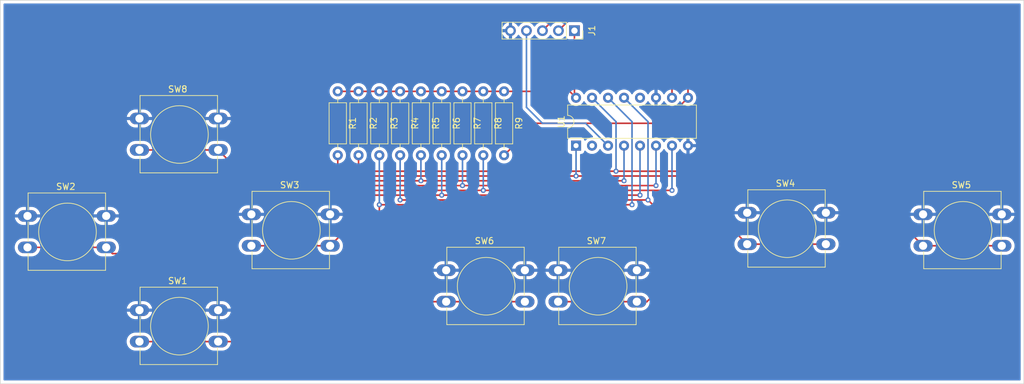
<source format=kicad_pcb>
(kicad_pcb (version 20201116) (generator pcbnew)
  (layers (0 "F.Cu" signal) (31 "B.Cu" signal) (34 "B.Paste" user) (35 "F.Paste" user) (36 "B.SilkS" user "B.Silkscreen") (37 "F.SilkS" user "F.Silkscreen") (38 "B.Mask" user) (39 "F.Mask" user) (44 "Edge.Cuts" user))
  (net 0 "")
  (net 1 "GND")
  (net 2 "OUTPUT")
  (net 3 "LATCH")
  (net 4 "CLOCK")
  (net 5 "+5V")
  (net 6 "Net-(R1-Pad2)")
  (net 7 "Net-(R2-Pad2)")
  (net 8 "Net-(R3-Pad2)")
  (net 9 "Net-(R4-Pad2)")
  (net 10 "Net-(R5-Pad2)")
  (net 11 "Net-(R6-Pad2)")
  (net 12 "Net-(R7-Pad2)")
  (net 13 "Net-(R8-Pad2)")
  (net 14 "no_connect_14")
  (net 15 "no_connect_15")
  (footprint "Button_Switch_THT:SW_PUSH-12mm" (layer "F.Cu") (at 166.878 54.102)
    (fp_text reference "SW4" (at 6.08 -4.66) (layer "F.SilkS"))
    (fp_text value "A")
    (fp_line (start 12.4 5.93) (end 12.4 8.65) (layer "F.SilkS") (width 0.12))
    (fp_line (start 12.4 -3.65) (end 12.4 -0.93) (layer "F.SilkS") (width 0.12))
    (fp_line (start 0.1 -0.93) (end 0.1 -3.65) (layer "F.SilkS") (width 0.12))
    (fp_line (start 0.1 4.07) (end 0.1 0.93) (layer "F.SilkS") (width 0.12))
    (fp_line (start 0.1 8.65) (end 0.1 5.93) (layer "F.SilkS") (width 0.12))
    (fp_line (start 12.4 8.65) (end 0.1 8.65) (layer "F.SilkS") (width 0.12))
    (fp_line (start 0.1 -3.65) (end 12.4 -3.65) (layer "F.SilkS") (width 0.12))
    (fp_line (start 12.4 0.93) (end 12.4 4.07) (layer "F.SilkS") (width 0.12))
    (fp_circle (center 6.35 2.54) (end 10.16 5.08) (layer "F.SilkS") (width 0.12) (fill none))
    (pad "1" thru_hole oval (at 0 0) (size 3.048 1.85) (drill 1.3) (layers *.Cu *.Mask) (net 1 "GND"))
    (pad "1" thru_hole oval (at 12.5 0) (size 3.048 1.85) (drill 1.3) (layers *.Cu *.Mask) (net 1 "GND"))
    (pad "2" thru_hole oval (at 12.5 5) (size 3.048 1.85) (drill 1.3) (layers *.Cu *.Mask) (net 6 "Net-(R1-Pad2)"))
    (pad "2" thru_hole oval (at 0 5) (size 3.048 1.85) (drill 1.3) (layers *.Cu *.Mask) (net 6 "Net-(R1-Pad2)"))
  )
  (footprint "Resistor_THT:R_Axial_DIN0207_L6.3mm_D2.5mm_P10.16mm_Horizontal" (layer "F.Cu") (at 111.76 34.798 -90)
    (fp_text reference "R4" (at 5.08 -2.37 90) (layer "F.SilkS"))
    (fp_text value "10K")
    (fp_line (start 9.12 0) (end 8.35 0) (layer "F.SilkS") (width 0.12))
    (fp_line (start 1.04 0) (end 1.81 0) (layer "F.SilkS") (width 0.12))
    (fp_line (start 1.81 1.37) (end 8.35 1.37) (layer "F.SilkS") (width 0.12))
    (fp_line (start 1.81 -1.37) (end 1.81 1.37) (layer "F.SilkS") (width 0.12))
    (fp_line (start 8.35 1.37) (end 8.35 -1.37) (layer "F.SilkS") (width 0.12))
    (fp_line (start 8.35 -1.37) (end 1.81 -1.37) (layer "F.SilkS") (width 0.12))
    (pad "1" thru_hole circle (at 0 0 270) (size 1.6 1.6) (drill 0.8) (layers *.Cu *.Mask) (net 5 "+5V"))
    (pad "2" thru_hole oval (at 10.16 0 270) (size 1.6 1.6) (drill 0.8) (layers *.Cu *.Mask) (net 9 "Net-(R4-Pad2)"))
  )
  (footprint "Button_Switch_THT:SW_PUSH-12mm" (layer "F.Cu") (at 119.072 63.246)
    (fp_text reference "SW6" (at 6.08 -4.66) (layer "F.SilkS"))
    (fp_text value "SELECT")
    (fp_line (start 0.1 -3.65) (end 12.4 -3.65) (layer "F.SilkS") (width 0.12))
    (fp_line (start 12.4 0.93) (end 12.4 4.07) (layer "F.SilkS") (width 0.12))
    (fp_line (start 0.1 4.07) (end 0.1 0.93) (layer "F.SilkS") (width 0.12))
    (fp_line (start 0.1 8.65) (end 0.1 5.93) (layer "F.SilkS") (width 0.12))
    (fp_line (start 12.4 8.65) (end 0.1 8.65) (layer "F.SilkS") (width 0.12))
    (fp_line (start 12.4 -3.65) (end 12.4 -0.93) (layer "F.SilkS") (width 0.12))
    (fp_line (start 12.4 5.93) (end 12.4 8.65) (layer "F.SilkS") (width 0.12))
    (fp_line (start 0.1 -0.93) (end 0.1 -3.65) (layer "F.SilkS") (width 0.12))
    (fp_circle (center 6.35 2.54) (end 10.16 5.08) (layer "F.SilkS") (width 0.12) (fill none))
    (pad "1" thru_hole oval (at 12.5 0) (size 3.048 1.85) (drill 1.3) (layers *.Cu *.Mask) (net 1 "GND"))
    (pad "1" thru_hole oval (at 0 0) (size 3.048 1.85) (drill 1.3) (layers *.Cu *.Mask) (net 1 "GND"))
    (pad "2" thru_hole oval (at 12.5 5) (size 3.048 1.85) (drill 1.3) (layers *.Cu *.Mask) (net 8 "Net-(R3-Pad2)"))
    (pad "2" thru_hole oval (at 0 5) (size 3.048 1.85) (drill 1.3) (layers *.Cu *.Mask) (net 8 "Net-(R3-Pad2)"))
  )
  (footprint "Button_Switch_THT:SW_PUSH-12mm" (layer "F.Cu") (at 136.852 63.246)
    (fp_text reference "SW7" (at 6.08 -4.66) (layer "F.SilkS"))
    (fp_text value "START")
    (fp_line (start 12.4 -3.65) (end 12.4 -0.93) (layer "F.SilkS") (width 0.12))
    (fp_line (start 0.1 4.07) (end 0.1 0.93) (layer "F.SilkS") (width 0.12))
    (fp_line (start 0.1 8.65) (end 0.1 5.93) (layer "F.SilkS") (width 0.12))
    (fp_line (start 0.1 -3.65) (end 12.4 -3.65) (layer "F.SilkS") (width 0.12))
    (fp_line (start 12.4 5.93) (end 12.4 8.65) (layer "F.SilkS") (width 0.12))
    (fp_line (start 12.4 8.65) (end 0.1 8.65) (layer "F.SilkS") (width 0.12))
    (fp_line (start 12.4 0.93) (end 12.4 4.07) (layer "F.SilkS") (width 0.12))
    (fp_line (start 0.1 -0.93) (end 0.1 -3.65) (layer "F.SilkS") (width 0.12))
    (fp_circle (center 6.35 2.54) (end 10.16 5.08) (layer "F.SilkS") (width 0.12) (fill none))
    (pad "1" thru_hole oval (at 0 0) (size 3.048 1.85) (drill 1.3) (layers *.Cu *.Mask) (net 1 "GND"))
    (pad "1" thru_hole oval (at 12.5 0) (size 3.048 1.85) (drill 1.3) (layers *.Cu *.Mask) (net 1 "GND"))
    (pad "2" thru_hole oval (at 0 5) (size 3.048 1.85) (drill 1.3) (layers *.Cu *.Mask) (net 9 "Net-(R4-Pad2)"))
    (pad "2" thru_hole oval (at 12.5 5) (size 3.048 1.85) (drill 1.3) (layers *.Cu *.Mask) (net 9 "Net-(R4-Pad2)"))
  )
  (footprint "Resistor_THT:R_Axial_DIN0207_L6.3mm_D2.5mm_P10.16mm_Horizontal" (layer "F.Cu") (at 124.968 34.798 -90)
    (fp_text reference "R8" (at 5.08 -2.37 90) (layer "F.SilkS"))
    (fp_text value "10K")
    (fp_line (start 9.12 0) (end 8.35 0) (layer "F.SilkS") (width 0.12))
    (fp_line (start 1.04 0) (end 1.81 0) (layer "F.SilkS") (width 0.12))
    (fp_line (start 8.35 -1.37) (end 1.81 -1.37) (layer "F.SilkS") (width 0.12))
    (fp_line (start 1.81 -1.37) (end 1.81 1.37) (layer "F.SilkS") (width 0.12))
    (fp_line (start 1.81 1.37) (end 8.35 1.37) (layer "F.SilkS") (width 0.12))
    (fp_line (start 8.35 1.37) (end 8.35 -1.37) (layer "F.SilkS") (width 0.12))
    (pad "1" thru_hole circle (at 0 0 270) (size 1.6 1.6) (drill 0.8) (layers *.Cu *.Mask) (net 5 "+5V"))
    (pad "2" thru_hole oval (at 10.16 0 270) (size 1.6 1.6) (drill 0.8) (layers *.Cu *.Mask) (net 13 "Net-(R8-Pad2)"))
  )
  (footprint "Resistor_THT:R_Axial_DIN0207_L6.3mm_D2.5mm_P10.16mm_Horizontal" (layer "F.Cu") (at 118.364 34.798 -90)
    (fp_text reference "R6" (at 5.08 -2.37 90) (layer "F.SilkS"))
    (fp_text value "10K")
    (fp_line (start 9.12 0) (end 8.35 0) (layer "F.SilkS") (width 0.12))
    (fp_line (start 8.35 -1.37) (end 1.81 -1.37) (layer "F.SilkS") (width 0.12))
    (fp_line (start 1.81 -1.37) (end 1.81 1.37) (layer "F.SilkS") (width 0.12))
    (fp_line (start 1.81 1.37) (end 8.35 1.37) (layer "F.SilkS") (width 0.12))
    (fp_line (start 8.35 1.37) (end 8.35 -1.37) (layer "F.SilkS") (width 0.12))
    (fp_line (start 1.04 0) (end 1.81 0) (layer "F.SilkS") (width 0.12))
    (pad "1" thru_hole circle (at 0 0 270) (size 1.6 1.6) (drill 0.8) (layers *.Cu *.Mask) (net 5 "+5V"))
    (pad "2" thru_hole oval (at 10.16 0 270) (size 1.6 1.6) (drill 0.8) (layers *.Cu *.Mask) (net 11 "Net-(R6-Pad2)"))
  )
  (footprint "Resistor_THT:R_Axial_DIN0207_L6.3mm_D2.5mm_P10.16mm_Horizontal" (layer "F.Cu") (at 115.062 34.798 -90)
    (fp_text reference "R5" (at 5.08 -2.37 90) (layer "F.SilkS"))
    (fp_text value "10K")
    (fp_line (start 8.35 -1.37) (end 1.81 -1.37) (layer "F.SilkS") (width 0.12))
    (fp_line (start 8.35 1.37) (end 8.35 -1.37) (layer "F.SilkS") (width 0.12))
    (fp_line (start 9.12 0) (end 8.35 0) (layer "F.SilkS") (width 0.12))
    (fp_line (start 1.81 1.37) (end 8.35 1.37) (layer "F.SilkS") (width 0.12))
    (fp_line (start 1.04 0) (end 1.81 0) (layer "F.SilkS") (width 0.12))
    (fp_line (start 1.81 -1.37) (end 1.81 1.37) (layer "F.SilkS") (width 0.12))
    (pad "1" thru_hole circle (at 0 0 270) (size 1.6 1.6) (drill 0.8) (layers *.Cu *.Mask) (net 5 "+5V"))
    (pad "2" thru_hole oval (at 10.16 0 270) (size 1.6 1.6) (drill 0.8) (layers *.Cu *.Mask) (net 10 "Net-(R5-Pad2)"))
  )
  (footprint "Button_Switch_THT:SW_PUSH-12mm" (layer "F.Cu") (at 70.358 69.596)
    (fp_text reference "SW1" (at 6.08 -4.66) (layer "F.SilkS"))
    (fp_text value "DOWN")
    (fp_line (start 0.1 -3.65) (end 12.4 -3.65) (layer "F.SilkS") (width 0.12))
    (fp_line (start 12.4 5.93) (end 12.4 8.65) (layer "F.SilkS") (width 0.12))
    (fp_line (start 0.1 -0.93) (end 0.1 -3.65) (layer "F.SilkS") (width 0.12))
    (fp_line (start 12.4 8.65) (end 0.1 8.65) (layer "F.SilkS") (width 0.12))
    (fp_line (start 0.1 8.65) (end 0.1 5.93) (layer "F.SilkS") (width 0.12))
    (fp_line (start 0.1 4.07) (end 0.1 0.93) (layer "F.SilkS") (width 0.12))
    (fp_line (start 12.4 0.93) (end 12.4 4.07) (layer "F.SilkS") (width 0.12))
    (fp_line (start 12.4 -3.65) (end 12.4 -0.93) (layer "F.SilkS") (width 0.12))
    (fp_circle (center 6.35 2.54) (end 10.16 5.08) (layer "F.SilkS") (width 0.12) (fill none))
    (pad "1" thru_hole oval (at 12.5 0) (size 3.048 1.85) (drill 1.3) (layers *.Cu *.Mask) (net 1 "GND"))
    (pad "1" thru_hole oval (at 0 0) (size 3.048 1.85) (drill 1.3) (layers *.Cu *.Mask) (net 1 "GND"))
    (pad "2" thru_hole oval (at 0 5) (size 3.048 1.85) (drill 1.3) (layers *.Cu *.Mask) (net 11 "Net-(R6-Pad2)"))
    (pad "2" thru_hole oval (at 12.5 5) (size 3.048 1.85) (drill 1.3) (layers *.Cu *.Mask) (net 11 "Net-(R6-Pad2)"))
  )
  (footprint "Resistor_THT:R_Axial_DIN0207_L6.3mm_D2.5mm_P10.16mm_Horizontal" (layer "F.Cu") (at 105.156 34.798 -90)
    (fp_text reference "R2" (at 5.08 -2.37 90) (layer "F.SilkS"))
    (fp_text value "10K")
    (fp_line (start 8.35 -1.37) (end 1.81 -1.37) (layer "F.SilkS") (width 0.12))
    (fp_line (start 1.04 0) (end 1.81 0) (layer "F.SilkS") (width 0.12))
    (fp_line (start 1.81 -1.37) (end 1.81 1.37) (layer "F.SilkS") (width 0.12))
    (fp_line (start 1.81 1.37) (end 8.35 1.37) (layer "F.SilkS") (width 0.12))
    (fp_line (start 8.35 1.37) (end 8.35 -1.37) (layer "F.SilkS") (width 0.12))
    (fp_line (start 9.12 0) (end 8.35 0) (layer "F.SilkS") (width 0.12))
    (pad "1" thru_hole circle (at 0 0 270) (size 1.6 1.6) (drill 0.8) (layers *.Cu *.Mask) (net 5 "+5V"))
    (pad "2" thru_hole oval (at 10.16 0 270) (size 1.6 1.6) (drill 0.8) (layers *.Cu *.Mask) (net 7 "Net-(R2-Pad2)"))
  )
  (footprint "Resistor_THT:R_Axial_DIN0207_L6.3mm_D2.5mm_P10.16mm_Horizontal" (layer "F.Cu") (at 108.458 34.798 -90)
    (fp_text reference "R3" (at 5.08 -2.37 90) (layer "F.SilkS"))
    (fp_text value "10K")
    (fp_line (start 8.35 1.37) (end 8.35 -1.37) (layer "F.SilkS") (width 0.12))
    (fp_line (start 9.12 0) (end 8.35 0) (layer "F.SilkS") (width 0.12))
    (fp_line (start 1.04 0) (end 1.81 0) (layer "F.SilkS") (width 0.12))
    (fp_line (start 1.81 1.37) (end 8.35 1.37) (layer "F.SilkS") (width 0.12))
    (fp_line (start 1.81 -1.37) (end 1.81 1.37) (layer "F.SilkS") (width 0.12))
    (fp_line (start 8.35 -1.37) (end 1.81 -1.37) (layer "F.SilkS") (width 0.12))
    (pad "1" thru_hole circle (at 0 0 270) (size 1.6 1.6) (drill 0.8) (layers *.Cu *.Mask) (net 5 "+5V"))
    (pad "2" thru_hole oval (at 10.16 0 270) (size 1.6 1.6) (drill 0.8) (layers *.Cu *.Mask) (net 8 "Net-(R3-Pad2)"))
  )
  (footprint "Button_Switch_THT:SW_PUSH-12mm" (layer "F.Cu") (at 194.818 54.356)
    (fp_text reference "SW5" (at 6.08 -4.66) (layer "F.SilkS"))
    (fp_text value "B")
    (fp_line (start 12.4 5.93) (end 12.4 8.65) (layer "F.SilkS") (width 0.12))
    (fp_line (start 0.1 -3.65) (end 12.4 -3.65) (layer "F.SilkS") (width 0.12))
    (fp_line (start 12.4 8.65) (end 0.1 8.65) (layer "F.SilkS") (width 0.12))
    (fp_line (start 12.4 0.93) (end 12.4 4.07) (layer "F.SilkS") (width 0.12))
    (fp_line (start 0.1 4.07) (end 0.1 0.93) (layer "F.SilkS") (width 0.12))
    (fp_line (start 0.1 -0.93) (end 0.1 -3.65) (layer "F.SilkS") (width 0.12))
    (fp_line (start 12.4 -3.65) (end 12.4 -0.93) (layer "F.SilkS") (width 0.12))
    (fp_line (start 0.1 8.65) (end 0.1 5.93) (layer "F.SilkS") (width 0.12))
    (fp_circle (center 6.35 2.54) (end 10.16 5.08) (layer "F.SilkS") (width 0.12) (fill none))
    (pad "1" thru_hole oval (at 12.5 0) (size 3.048 1.85) (drill 1.3) (layers *.Cu *.Mask) (net 1 "GND"))
    (pad "1" thru_hole oval (at 0 0) (size 3.048 1.85) (drill 1.3) (layers *.Cu *.Mask) (net 1 "GND"))
    (pad "2" thru_hole oval (at 12.5 5) (size 3.048 1.85) (drill 1.3) (layers *.Cu *.Mask) (net 7 "Net-(R2-Pad2)"))
    (pad "2" thru_hole oval (at 0 5) (size 3.048 1.85) (drill 1.3) (layers *.Cu *.Mask) (net 7 "Net-(R2-Pad2)"))
  )
  (footprint "Resistor_THT:R_Axial_DIN0207_L6.3mm_D2.5mm_P10.16mm_Horizontal" (layer "F.Cu") (at 101.854 34.798 -90)
    (fp_text reference "R1" (at 5.08 -2.37 90) (layer "F.SilkS"))
    (fp_text value "10K")
    (fp_line (start 1.81 1.37) (end 8.35 1.37) (layer "F.SilkS") (width 0.12))
    (fp_line (start 8.35 -1.37) (end 1.81 -1.37) (layer "F.SilkS") (width 0.12))
    (fp_line (start 9.12 0) (end 8.35 0) (layer "F.SilkS") (width 0.12))
    (fp_line (start 1.04 0) (end 1.81 0) (layer "F.SilkS") (width 0.12))
    (fp_line (start 1.81 -1.37) (end 1.81 1.37) (layer "F.SilkS") (width 0.12))
    (fp_line (start 8.35 1.37) (end 8.35 -1.37) (layer "F.SilkS") (width 0.12))
    (pad "1" thru_hole circle (at 0 0 270) (size 1.6 1.6) (drill 0.8) (layers *.Cu *.Mask) (net 5 "+5V"))
    (pad "2" thru_hole oval (at 10.16 0 270) (size 1.6 1.6) (drill 0.8) (layers *.Cu *.Mask) (net 6 "Net-(R1-Pad2)"))
  )
  (footprint "Connector_PinSocket_2.54mm:PinSocket_1x05_P2.54mm_Vertical" (layer "F.Cu") (at 139.446 25.146 -90)
    (fp_text reference "J1" (at 0 -2.77 90) (layer "F.SilkS"))
    (fp_text value "JOYPORT")
    (fp_line (start 0 -1.33) (end 1.33 -1.33) (layer "F.SilkS") (width 0.12))
    (fp_line (start -1.33 11.49) (end 1.33 11.49) (layer "F.SilkS") (width 0.12))
    (fp_line (start -1.33 1.27) (end 1.33 1.27) (layer "F.SilkS") (width 0.12))
    (fp_line (start 1.33 -1.33) (end 1.33 0) (layer "F.SilkS") (width 0.12))
    (fp_line (start -1.33 1.27) (end -1.33 11.49) (layer "F.SilkS") (width 0.12))
    (fp_line (start 1.33 1.27) (end 1.33 11.49) (layer "F.SilkS") (width 0.12))
    (pad "1" thru_hole rect (at 0 0 270) (size 1.7 1.7) (drill 1) (layers *.Cu *.Mask) (net 5 "+5V"))
    (pad "2" thru_hole oval (at 0 2.54 270) (size 1.7 1.7) (drill 1) (layers *.Cu *.Mask) (net 4 "CLOCK"))
    (pad "3" thru_hole oval (at 0 5.08 270) (size 1.7 1.7) (drill 1) (layers *.Cu *.Mask) (net 3 "LATCH"))
    (pad "4" thru_hole oval (at 0 7.62 270) (size 1.7 1.7) (drill 1) (layers *.Cu *.Mask) (net 2 "OUTPUT"))
    (pad "5" thru_hole oval (at 0 10.16 270) (size 1.7 1.7) (drill 1) (layers *.Cu *.Mask) (net 1 "GND"))
  )
  (footprint "Button_Switch_THT:SW_PUSH-12mm" (layer "F.Cu") (at 70.358 39.116)
    (fp_text reference "SW8" (at 6.08 -4.66) (layer "F.SilkS"))
    (fp_text value "UP")
    (fp_line (start 12.4 -3.65) (end 12.4 -0.93) (layer "F.SilkS") (width 0.12))
    (fp_line (start 0.1 4.07) (end 0.1 0.93) (layer "F.SilkS") (width 0.12))
    (fp_line (start 12.4 5.93) (end 12.4 8.65) (layer "F.SilkS") (width 0.12))
    (fp_line (start 12.4 0.93) (end 12.4 4.07) (layer "F.SilkS") (width 0.12))
    (fp_line (start 12.4 8.65) (end 0.1 8.65) (layer "F.SilkS") (width 0.12))
    (fp_line (start 0.1 -0.93) (end 0.1 -3.65) (layer "F.SilkS") (width 0.12))
    (fp_line (start 0.1 -3.65) (end 12.4 -3.65) (layer "F.SilkS") (width 0.12))
    (fp_line (start 0.1 8.65) (end 0.1 5.93) (layer "F.SilkS") (width 0.12))
    (fp_circle (center 6.35 2.54) (end 10.16 5.08) (layer "F.SilkS") (width 0.12) (fill none))
    (pad "1" thru_hole oval (at 12.5 0) (size 3.048 1.85) (drill 1.3) (layers *.Cu *.Mask) (net 1 "GND"))
    (pad "1" thru_hole oval (at 0 0) (size 3.048 1.85) (drill 1.3) (layers *.Cu *.Mask) (net 1 "GND"))
    (pad "2" thru_hole oval (at 0 5) (size 3.048 1.85) (drill 1.3) (layers *.Cu *.Mask) (net 10 "Net-(R5-Pad2)"))
    (pad "2" thru_hole oval (at 12.5 5) (size 3.048 1.85) (drill 1.3) (layers *.Cu *.Mask) (net 10 "Net-(R5-Pad2)"))
  )
  (footprint "Button_Switch_THT:SW_PUSH-12mm" (layer "F.Cu") (at 88.138 54.356)
    (fp_text reference "SW3" (at 6.08 -4.66) (layer "F.SilkS"))
    (fp_text value "RIGHT")
    (fp_line (start 12.4 5.93) (end 12.4 8.65) (layer "F.SilkS") (width 0.12))
    (fp_line (start 12.4 8.65) (end 0.1 8.65) (layer "F.SilkS") (width 0.12))
    (fp_line (start 0.1 4.07) (end 0.1 0.93) (layer "F.SilkS") (width 0.12))
    (fp_line (start 0.1 -3.65) (end 12.4 -3.65) (layer "F.SilkS") (width 0.12))
    (fp_line (start 0.1 8.65) (end 0.1 5.93) (layer "F.SilkS") (width 0.12))
    (fp_line (start 12.4 -3.65) (end 12.4 -0.93) (layer "F.SilkS") (width 0.12))
    (fp_line (start 0.1 -0.93) (end 0.1 -3.65) (layer "F.SilkS") (width 0.12))
    (fp_line (start 12.4 0.93) (end 12.4 4.07) (layer "F.SilkS") (width 0.12))
    (fp_circle (center 6.35 2.54) (end 10.16 5.08) (layer "F.SilkS") (width 0.12) (fill none))
    (pad "1" thru_hole oval (at 12.5 0) (size 3.048 1.85) (drill 1.3) (layers *.Cu *.Mask) (net 1 "GND"))
    (pad "1" thru_hole oval (at 0 0) (size 3.048 1.85) (drill 1.3) (layers *.Cu *.Mask) (net 1 "GND"))
    (pad "2" thru_hole oval (at 12.5 5) (size 3.048 1.85) (drill 1.3) (layers *.Cu *.Mask) (net 13 "Net-(R8-Pad2)"))
    (pad "2" thru_hole oval (at 0 5) (size 3.048 1.85) (drill 1.3) (layers *.Cu *.Mask) (net 13 "Net-(R8-Pad2)"))
  )
  (footprint "Resistor_THT:R_Axial_DIN0207_L6.3mm_D2.5mm_P10.16mm_Horizontal" (layer "F.Cu") (at 128.27 34.798 -90)
    (fp_text reference "R9" (at 5.08 -2.37 90) (layer "F.SilkS"))
    (fp_text value "10K")
    (fp_line (start 1.81 1.37) (end 8.35 1.37) (layer "F.SilkS") (width 0.12))
    (fp_line (start 1.81 -1.37) (end 1.81 1.37) (layer "F.SilkS") (width 0.12))
    (fp_line (start 8.35 -1.37) (end 1.81 -1.37) (layer "F.SilkS") (width 0.12))
    (fp_line (start 9.12 0) (end 8.35 0) (layer "F.SilkS") (width 0.12))
    (fp_line (start 1.04 0) (end 1.81 0) (layer "F.SilkS") (width 0.12))
    (fp_line (start 8.35 1.37) (end 8.35 -1.37) (layer "F.SilkS") (width 0.12))
    (pad "1" thru_hole circle (at 0 0 270) (size 1.6 1.6) (drill 0.8) (layers *.Cu *.Mask) (net 5 "+5V"))
    (pad "2" thru_hole oval (at 10.16 0 270) (size 1.6 1.6) (drill 0.8) (layers *.Cu *.Mask) (net 3 "LATCH"))
  )
  (footprint "Package_DIP:DIP-16_W7.62mm" (layer "F.Cu") (at 139.7 43.434 90)
    (fp_text reference "U1" (at 3.81 -2.33 90) (layer "F.SilkS"))
    (fp_text value "4021")
    (fp_line (start 1.16 -1.33) (end 1.16 19.11) (layer "F.SilkS") (width 0.12))
    (fp_line (start 6.46 -1.33) (end 4.81 -1.33) (layer "F.SilkS") (width 0.12))
    (fp_line (start 2.81 -1.33) (end 1.16 -1.33) (layer "F.SilkS") (width 0.12))
    (fp_line (start 1.16 19.11) (end 6.46 19.11) (layer "F.SilkS") (width 0.12))
    (fp_line (start 6.46 19.11) (end 6.46 -1.33) (layer "F.SilkS") (width 0.12))
    (fp_arc (start 3.81 -1.33) (end 2.81 -1.33) (angle -180) (layer "F.SilkS") (width 0.12))
    (pad "1" thru_hole rect (at 0 0 90) (size 1.6 1.6) (drill 0.8) (layers *.Cu *.Mask) (net 6 "Net-(R1-Pad2)"))
    (pad "2" thru_hole oval (at 0 2.54 90) (size 1.6 1.6) (drill 0.8) (layers *.Cu *.Mask) (net 15 "no_connect_15"))
    (pad "3" thru_hole oval (at 0 5.08 90) (size 1.6 1.6) (drill 0.8) (layers *.Cu *.Mask) (net 2 "OUTPUT"))
    (pad "4" thru_hole oval (at 0 7.62 90) (size 1.6 1.6) (drill 0.8) (layers *.Cu *.Mask) (net 10 "Net-(R5-Pad2)"))
    (pad "5" thru_hole oval (at 0 10.16 90) (size 1.6 1.6) (drill 0.8) (layers *.Cu *.Mask) (net 11 "Net-(R6-Pad2)"))
    (pad "6" thru_hole oval (at 0 12.7 90) (size 1.6 1.6) (drill 0.8) (layers *.Cu *.Mask) (net 12 "Net-(R7-Pad2)"))
    (pad "7" thru_hole oval (at 0 15.24 90) (size 1.6 1.6) (drill 0.8) (layers *.Cu *.Mask) (net 13 "Net-(R8-Pad2)"))
    (pad "8" thru_hole oval (at 0 17.78 90) (size 1.6 1.6) (drill 0.8) (layers *.Cu *.Mask) (net 1 "GND"))
    (pad "9" thru_hole oval (at 7.62 17.78 90) (size 1.6 1.6) (drill 0.8) (layers *.Cu *.Mask) (net 3 "LATCH"))
    (pad "10" thru_hole oval (at 7.62 15.24 90) (size 1.6 1.6) (drill 0.8) (layers *.Cu *.Mask) (net 4 "CLOCK"))
    (pad "11" thru_hole oval (at 7.62 12.7 90) (size 1.6 1.6) (drill 0.8) (layers *.Cu *.Mask) (net 1 "GND"))
    (pad "12" thru_hole oval (at 7.62 10.16 90) (size 1.6 1.6) (drill 0.8) (layers *.Cu *.Mask) (net 14 "no_connect_14"))
    (pad "13" thru_hole oval (at 7.62 7.62 90) (size 1.6 1.6) (drill 0.8) (layers *.Cu *.Mask) (net 9 "Net-(R4-Pad2)"))
    (pad "14" thru_hole oval (at 7.62 5.08 90) (size 1.6 1.6) (drill 0.8) (layers *.Cu *.Mask) (net 8 "Net-(R3-Pad2)"))
    (pad "15" thru_hole oval (at 7.62 2.54 90) (size 1.6 1.6) (drill 0.8) (layers *.Cu *.Mask) (net 7 "Net-(R2-Pad2)"))
    (pad "16" thru_hole oval (at 7.62 0 90) (size 1.6 1.6) (drill 0.8) (layers *.Cu *.Mask) (net 5 "+5V"))
  )
  (footprint "Button_Switch_THT:SW_PUSH-12mm" (layer "F.Cu") (at 52.578 54.61)
    (fp_text reference "SW2" (at 6.08 -4.66) (layer "F.SilkS"))
    (fp_text value "LEFT")
    (fp_line (start 12.4 5.93) (end 12.4 8.65) (layer "F.SilkS") (width 0.12))
    (fp_line (start 12.4 8.65) (end 0.1 8.65) (layer "F.SilkS") (width 0.12))
    (fp_line (start 12.4 -3.65) (end 12.4 -0.93) (layer "F.SilkS") (width 0.12))
    (fp_line (start 0.1 8.65) (end 0.1 5.93) (layer "F.SilkS") (width 0.12))
    (fp_line (start 0.1 -3.65) (end 12.4 -3.65) (layer "F.SilkS") (width 0.12))
    (fp_line (start 0.1 4.07) (end 0.1 0.93) (layer "F.SilkS") (width 0.12))
    (fp_line (start 12.4 0.93) (end 12.4 4.07) (layer "F.SilkS") (width 0.12))
    (fp_line (start 0.1 -0.93) (end 0.1 -3.65) (layer "F.SilkS") (width 0.12))
    (fp_circle (center 6.35 2.54) (end 10.16 5.08) (layer "F.SilkS") (width 0.12) (fill none))
    (pad "1" thru_hole oval (at 12.5 0) (size 3.048 1.85) (drill 1.3) (layers *.Cu *.Mask) (net 1 "GND"))
    (pad "1" thru_hole oval (at 0 0) (size 3.048 1.85) (drill 1.3) (layers *.Cu *.Mask) (net 1 "GND"))
    (pad "2" thru_hole oval (at 0 5) (size 3.048 1.85) (drill 1.3) (layers *.Cu *.Mask) (net 12 "Net-(R7-Pad2)"))
    (pad "2" thru_hole oval (at 12.5 5) (size 3.048 1.85) (drill 1.3) (layers *.Cu *.Mask) (net 12 "Net-(R7-Pad2)"))
  )
  (footprint "Resistor_THT:R_Axial_DIN0207_L6.3mm_D2.5mm_P10.16mm_Horizontal" (layer "F.Cu") (at 121.666 34.798 -90)
    (fp_text reference "R7" (at 5.08 -2.37 90) (layer "F.SilkS"))
    (fp_text value "10K")
    (fp_line (start 9.12 0) (end 8.35 0) (layer "F.SilkS") (width 0.12))
    (fp_line (start 1.81 -1.37) (end 1.81 1.37) (layer "F.SilkS") (width 0.12))
    (fp_line (start 8.35 1.37) (end 8.35 -1.37) (layer "F.SilkS") (width 0.12))
    (fp_line (start 8.35 -1.37) (end 1.81 -1.37) (layer "F.SilkS") (width 0.12))
    (fp_line (start 1.81 1.37) (end 8.35 1.37) (layer "F.SilkS") (width 0.12))
    (fp_line (start 1.04 0) (end 1.81 0) (layer "F.SilkS") (width 0.12))
    (pad "1" thru_hole circle (at 0 0 270) (size 1.6 1.6) (drill 0.8) (layers *.Cu *.Mask) (net 5 "+5V"))
    (pad "2" thru_hole oval (at 10.16 0 270) (size 1.6 1.6) (drill 0.8) (layers *.Cu *.Mask) (net 12 "Net-(R7-Pad2)"))
  )
  (gr_line (start 210.82 81.28) (end 48.26 81.28) (layer "Edge.Cuts") (width 0.1))
  (gr_line (start 48.26 20.32) (end 210.82 20.32) (layer "Edge.Cuts") (width 0.1))
  (gr_line (start 210.82 20.32) (end 210.82 81.28) (layer "Edge.Cuts") (width 0.1))
  (gr_line (start 48.26 81.28) (end 48.26 20.32) (layer "Edge.Cuts") (width 0.1))
  (segment (start 134.366 39.878) (end 141.224 39.878) (width 0.25) (layer "B.Cu") (net 2))
  (segment (start 141.224 39.878) (end 144.78 43.434) (width 0.25) (layer "B.Cu") (net 2))
  (segment (start 131.826 37.338) (end 134.366 39.878) (width 0.25) (layer "B.Cu") (net 2))
  (segment (start 131.826 25.146) (end 131.826 37.338) (width 0.25) (layer "B.Cu") (net 2))
  (segment (start 136.906 22.606) (end 152.908 22.606) (width 0.25) (layer "F.Cu") (net 3))
  (segment (start 153.416 39.878) (end 157.48 35.814) (width 0.25) (layer "F.Cu") (net 3))
  (segment (start 134.366 25.146) (end 136.906 22.606) (width 0.25) (layer "F.Cu") (net 3))
  (segment (start 152.908 22.606) (end 157.48 27.178) (width 0.25) (layer "F.Cu") (net 3))
  (segment (start 133.35 39.878) (end 153.416 39.878) (width 0.25) (layer "F.Cu") (net 3))
  (segment (start 157.48 27.178) (end 157.48 35.814) (width 0.25) (layer "F.Cu") (net 3))
  (segment (start 128.27 44.958) (end 133.35 39.878) (width 0.25) (layer "F.Cu") (net 3))
  (segment (start 152.654 23.368) (end 154.94 25.654) (width 0.25) (layer "F.Cu") (net 4))
  (segment (start 136.906 25.146) (end 138.684 23.368) (width 0.25) (layer "F.Cu") (net 4))
  (segment (start 154.94 25.654) (end 154.94 35.814) (width 0.25) (layer "F.Cu") (net 4))
  (segment (start 138.684 23.368) (end 152.654 23.368) (width 0.25) (layer "F.Cu") (net 4))
  (segment (start 139.446 35.56) (end 139.7 35.814) (width 0.25) (layer "F.Cu") (net 5))
  (segment (start 121.666 34.798) (end 124.968 34.798) (width 0.25) (layer "F.Cu") (net 5))
  (segment (start 101.854 34.798) (end 105.156 34.798) (width 0.25) (layer "F.Cu") (net 5))
  (segment (start 111.76 34.798) (end 115.062 34.798) (width 0.25) (layer "F.Cu") (net 5))
  (segment (start 124.968 34.798) (end 128.27 34.798) (width 0.25) (layer "F.Cu") (net 5))
  (segment (start 115.062 34.798) (end 118.364 34.798) (width 0.25) (layer "F.Cu") (net 5))
  (segment (start 108.458 34.798) (end 111.76 34.798) (width 0.25) (layer "F.Cu") (net 5))
  (segment (start 138.684 34.798) (end 139.7 35.814) (width 0.25) (layer "F.Cu") (net 5))
  (segment (start 128.27 34.798) (end 138.684 34.798) (width 0.25) (layer "F.Cu") (net 5))
  (segment (start 118.364 34.798) (end 121.666 34.798) (width 0.25) (layer "F.Cu") (net 5))
  (segment (start 139.446 25.146) (end 139.446 35.56) (width 0.25) (layer "F.Cu") (net 5))
  (segment (start 105.156 34.798) (end 108.458 34.798) (width 0.25) (layer "F.Cu") (net 5))
  (segment (start 162.814 52.19559) (end 162.814 55.038) (width 0.25) (layer "F.Cu") (net 6))
  (segment (start 102.616 48.26) (end 158.87841 48.26) (width 0.25) (layer "F.Cu") (net 6))
  (segment (start 158.87841 48.26) (end 162.814 52.19559) (width 0.25) (layer "F.Cu") (net 6))
  (segment (start 101.854 47.498) (end 102.616 48.26) (width 0.25) (layer "F.Cu") (net 6))
  (segment (start 166.878 59.102) (end 179.378 59.102) (width 0.25) (layer "F.Cu") (net 6))
  (segment (start 101.854 44.958) (end 101.854 47.498) (width 0.25) (layer "F.Cu") (net 6))
  (segment (start 162.814 55.038) (end 166.878 59.102) (width 0.25) (layer "F.Cu") (net 6))
  (via (at 139.7 48.26) (size 0.8) (drill 0.4) (layers "F.Cu" "B.Cu") (net 6))
  (segment (start 139.7 43.434) (end 139.7 48.26) (width 0.25) (layer "B.Cu") (net 6))
  (segment (start 105.918 47.498) (end 182.96 47.498) (width 0.25) (layer "F.Cu") (net 7))
  (segment (start 105.156 44.958) (end 105.156 46.736) (width 0.25) (layer "F.Cu") (net 7))
  (segment (start 182.96 47.498) (end 194.818 59.356) (width 0.25) (layer "F.Cu") (net 7))
  (segment (start 105.156 46.736) (end 105.918 47.498) (width 0.25) (layer "F.Cu") (net 7))
  (segment (start 194.818 59.356) (end 207.318 59.356) (width 0.25) (layer "F.Cu") (net 7))
  (via (at 146.05 47.498) (size 0.8) (drill 0.4) (layers "F.Cu" "B.Cu") (net 7))
  (segment (start 146.05 39.624) (end 142.24 35.814) (width 0.25) (layer "B.Cu") (net 7))
  (segment (start 146.05 47.498) (end 146.05 39.624) (width 0.25) (layer "B.Cu") (net 7))
  (segment (start 108.458 63.754) (end 112.95 68.246) (width 0.25) (layer "F.Cu") (net 8))
  (segment (start 108.458 52.832) (end 108.458 63.754) (width 0.25) (layer "F.Cu") (net 8))
  (segment (start 131.572 68.246) (end 119.072 68.246) (width 0.25) (layer "F.Cu") (net 8))
  (segment (start 114.808 52.832) (end 148.59 52.832) (width 0.25) (layer "F.Cu") (net 8))
  (segment (start 112.95 68.246) (end 119.072 68.246) (width 0.25) (layer "F.Cu") (net 8))
  (segment (start 108.458 52.832) (end 115.062 52.832) (width 0.25) (layer "F.Cu") (net 8))
  (via (at 148.59 52.832) (size 0.8) (drill 0.4) (layers "F.Cu" "B.Cu") (net 8))
  (via (at 108.458 52.832) (size 0.8) (drill 0.4) (layers "F.Cu" "B.Cu") (net 8))
  (segment (start 108.458 44.958) (end 108.458 52.832) (width 0.25) (layer "B.Cu") (net 8))
  (segment (start 148.59 39.624) (end 148.59 52.832) (width 0.25) (layer "B.Cu") (net 8))
  (segment (start 144.78 35.814) (end 148.59 39.624) (width 0.25) (layer "B.Cu") (net 8))
  (segment (start 120.65 52.07) (end 140.462 52.07) (width 0.25) (layer "F.Cu") (net 9))
  (segment (start 150.956 68.246) (end 149.352 68.246) (width 0.25) (layer "F.Cu") (net 9))
  (segment (start 140.462 52.07) (end 151.13 52.07) (width 0.25) (layer "F.Cu") (net 9))
  (segment (start 151.13 52.07) (end 152.654 53.594) (width 0.25) (layer "F.Cu") (net 9))
  (segment (start 149.352 68.246) (end 136.852 68.246) (width 0.25) (layer "F.Cu") (net 9))
  (segment (start 111.76 52.07) (end 120.65 52.07) (width 0.25) (layer "F.Cu") (net 9))
  (segment (start 152.654 66.548) (end 150.956 68.246) (width 0.25) (layer "F.Cu") (net 9))
  (segment (start 152.654 53.594) (end 152.654 66.548) (width 0.25) (layer "F.Cu") (net 9))
  (via (at 111.76 52.07) (size 0.8) (drill 0.4) (layers "F.Cu" "B.Cu") (net 9))
  (via (at 151.13 52.07) (size 0.8) (drill 0.4) (layers "F.Cu" "B.Cu") (net 9))
  (segment (start 111.76 44.958) (end 111.76 52.07) (width 0.25) (layer "B.Cu") (net 9))
  (segment (start 151.13 39.624) (end 151.13 52.07) (width 0.25) (layer "B.Cu") (net 9))
  (segment (start 147.32 35.814) (end 148.59 37.084) (width 0.25) (layer "B.Cu") (net 9))
  (segment (start 147.32 35.814) (end 151.13 39.624) (width 0.25) (layer "B.Cu") (net 9))
  (segment (start 87.764 49.022) (end 147.32 49.022) (width 0.25) (layer "F.Cu") (net 10))
  (segment (start 82.858 44.116) (end 87.764 49.022) (width 0.25) (layer "F.Cu") (net 10))
  (segment (start 70.358 44.116) (end 82.858 44.116) (width 0.25) (layer "F.Cu") (net 10))
  (via (at 115.062 49.022) (size 0.8) (drill 0.4) (layers "F.Cu" "B.Cu") (net 10))
  (via (at 147.32 49.022) (size 0.8) (drill 0.4) (layers "F.Cu" "B.Cu") (net 10))
  (segment (start 147.32 43.434) (end 147.32 49.022) (width 0.25) (layer "B.Cu") (net 10))
  (segment (start 115.062 44.958) (end 115.062 49.022) (width 0.25) (layer "B.Cu") (net 10))
  (segment (start 70.358 74.596) (end 82.858 74.596) (width 0.25) (layer "F.Cu") (net 11))
  (segment (start 105.156 59.69) (end 105.156 52.07) (width 0.25) (layer "F.Cu") (net 11))
  (segment (start 82.858 74.596) (end 90.25 74.596) (width 0.25) (layer "F.Cu") (net 11))
  (segment (start 105.918 51.308) (end 149.86 51.308) (width 0.25) (layer "F.Cu") (net 11))
  (segment (start 90.25 74.596) (end 105.156 59.69) (width 0.25) (layer "F.Cu") (net 11))
  (segment (start 105.156 52.07) (end 105.918 51.308) (width 0.25) (layer "F.Cu") (net 11))
  (via (at 118.364 51.308) (size 0.8) (drill 0.4) (layers "F.Cu" "B.Cu") (net 11))
  (via (at 149.86 51.308) (size 0.8) (drill 0.4) (layers "F.Cu" "B.Cu") (net 11))
  (segment (start 118.364 44.958) (end 118.364 51.308) (width 0.25) (layer "B.Cu") (net 11))
  (segment (start 149.86 43.434) (end 149.86 51.308) (width 0.25) (layer "B.Cu") (net 11))
  (segment (start 77.06199 60.60601) (end 87.884 49.784) (width 0.25) (layer "F.Cu") (net 12))
  (segment (start 52.578 59.61) (end 65.078 59.61) (width 0.25) (layer "F.Cu") (net 12))
  (segment (start 65.078 59.61) (end 66.07401 60.60601) (width 0.25) (layer "F.Cu") (net 12))
  (segment (start 66.07401 60.60601) (end 77.06199 60.60601) (width 0.25) (layer "F.Cu") (net 12))
  (segment (start 87.884 49.784) (end 152.4 49.784) (width 0.25) (layer "F.Cu") (net 12))
  (via (at 152.4 49.784) (size 0.8) (drill 0.4) (layers "F.Cu" "B.Cu") (net 12))
  (via (at 121.666 49.784) (size 0.8) (drill 0.4) (layers "F.Cu" "B.Cu") (net 12))
  (segment (start 152.4 43.434) (end 152.4 49.784) (width 0.25) (layer "B.Cu") (net 12))
  (segment (start 121.666 44.958) (end 121.666 49.784) (width 0.25) (layer "B.Cu") (net 12))
  (segment (start 124.968 50.546) (end 105.156 50.546) (width 0.25) (layer "F.Cu") (net 13))
  (segment (start 124.968 50.546) (end 154.94 50.546) (width 0.25) (layer "F.Cu") (net 13))
  (segment (start 104.14 51.562) (end 104.14 55.854) (width 0.25) (layer "F.Cu") (net 13))
  (segment (start 105.156 50.546) (end 104.14 51.562) (width 0.25) (layer "F.Cu") (net 13))
  (segment (start 88.138 59.356) (end 100.638 59.356) (width 0.25) (layer "F.Cu") (net 13))
  (segment (start 104.14 55.854) (end 100.638 59.356) (width 0.25) (layer "F.Cu") (net 13))
  (via (at 124.968 50.546) (size 0.8) (drill 0.4) (layers "F.Cu" "B.Cu") (net 13))
  (via (at 154.94 50.546) (size 0.8) (drill 0.4) (layers "F.Cu" "B.Cu") (net 13))
  (segment (start 154.94 43.434) (end 154.94 50.546) (width 0.25) (layer "B.Cu") (net 13))
  (segment (start 124.968 44.958) (end 124.968 50.546) (width 0.25) (layer "B.Cu") (net 13))
  (zone (net 1) (net_name "GND") (layer "B.Cu") (connect_pads (clearance 0.508)) (min_thickness 0.254) (fill yes (thermal_gap 0.508) (thermal_bridge_width 0.508))
    (polygon (pts (xy 210.82 81.28) (xy 48.26 81.28) (xy 48.26 20.32) (xy 210.82 20.32)))
  )
)
</source>
